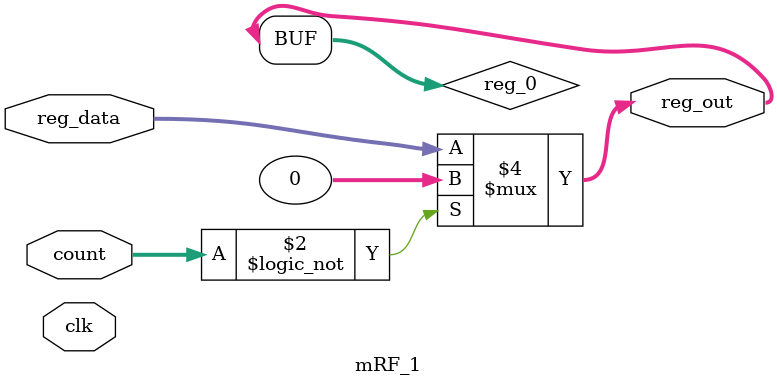
<source format=v>
module mRF_1#(
    parameter WORDWIDTH = 32,
    parameter NUM1 = 5,
    parameter CHANNEL = 6
    )
(
    input clk,
    input [$clog2(CHANNEL*NUM1)-1:0]count,
    input [WORDWIDTH-1:0] reg_data,
    output [WORDWIDTH-1:0] reg_out
);

reg [WORDWIDTH-1:0] reg_0;
assign reg_out = reg_0;

always @(count)begin
    if(count== 'd0)begin
        reg_0 <= 'd0;
    end
    else begin
        reg_0 <= reg_data;
    end

end



endmodule

</source>
